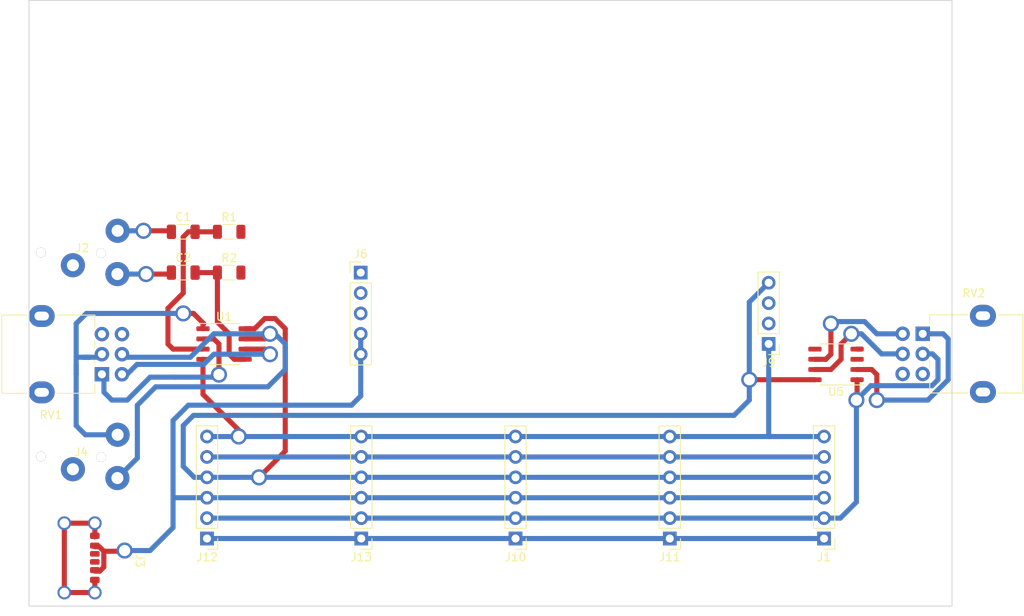
<source format=kicad_pcb>
(kicad_pcb (version 20211014) (generator pcbnew)
  (layers (0 "F.Cu" mixed) (31 "B.Cu" power) (34 "B.Paste" user) (35 "F.Paste" user) (36 "B.SilkS" user "B.Silkscreen") (37 "F.SilkS" user "F.Silkscreen") (38 "B.Mask" user) (39 "F.Mask" user) (44 "Edge.Cuts" user))
  (net 0 "")
  (net 1 "Net-(C1-Pad1)")
  (net 2 "audio_in_L")
  (net 3 "Net-(J2-PadR)")
  (net 4 "audio_in_R")
  (net 5 "audio_right")
  (net 6 "audio_lefT")
  (net 7 "+5V")
  (net 8 "+15V")
  (net 9 "GND")
  (net 10 "-15V")
  (net 13 "Net-(J4-PadR)")
  (net 14 "Net-(J4-PadT)")
  (net 16 "Net-(U1-Pad2)")
  (net 17 "Net-(U1-Pad6)")
  (net 18 "Net-(U5-Pad2)")
  (net 19 "Net-(U5-Pad6)")
  (footprint "Connector_PinHeader_2.54mm:PinHeader_1x06_P2.54mm_Vertical" (layer "F.Cu") (at 168.531845 116.297405 180)
    (fp_text reference "J11" (at 0 -2.33) (layer "F.SilkS"))
    (fp_text value "Conn_01x06")
    (fp_line (start 1.33 1.27) (end 1.33 14.03) (layer "F.SilkS") (width 0.12))
    (fp_line (start -1.33 1.27) (end -1.33 14.03) (layer "F.SilkS") (width 0.12))
    (fp_line (start -1.33 14.03) (end 1.33 14.03) (layer "F.SilkS") (width 0.12))
    (fp_line (start -1.33 -1.33) (end 0 -1.33) (layer "F.SilkS") (width 0.12))
    (fp_line (start -1.33 0) (end -1.33 -1.33) (layer "F.SilkS") (width 0.12))
    (fp_line (start -1.33 1.27) (end 1.33 1.27) (layer "F.SilkS") (width 0.12))
    (pad "1" thru_hole rect (at 0 0 180) (size 1.7 1.7) (drill 1) (layers *.Cu *.Mask) (net 5 "audio_right"))
    (pad "2" thru_hole oval (at 0 2.54 180) (size 1.7 1.7) (drill 1) (layers *.Cu *.Mask) (net 6 "audio_lefT"))
    (pad "3" thru_hole oval (at 0 5.08 180) (size 1.7 1.7) (drill 1) (layers *.Cu *.Mask) (net 7 "+5V"))
    (pad "4" thru_hole oval (at 0 7.62 180) (size 1.7 1.7) (drill 1) (layers *.Cu *.Mask) (net 8 "+15V"))
    (pad "5" thru_hole oval (at 0 10.16 180) (size 1.7 1.7) (drill 1) (layers *.Cu *.Mask) (net 9 "GND"))
    (pad "6" thru_hole oval (at 0 12.7 180) (size 1.7 1.7) (drill 1) (layers *.Cu *.Mask) (net 10 "-15V"))
  )
  (footprint "Package_SO:SOP-8_3.9x4.9mm_P1.27mm" (layer "F.Cu") (at 189.23 94.615 180)
    (fp_text reference "U5" (at 0 -3.4) (layer "F.SilkS"))
    (fp_text value "LF353DR")
    (fp_line (start 0 2.56) (end -1.95 2.56) (layer "F.SilkS") (width 0.12))
    (fp_line (start 0 2.56) (end 1.95 2.56) (layer "F.SilkS") (width 0.12))
    (fp_line (start 0 -2.56) (end 1.95 -2.56) (layer "F.SilkS") (width 0.12))
    (fp_line (start 0 -2.56) (end -3.45 -2.56) (layer "F.SilkS") (width 0.12))
    (pad "1" smd roundrect (at -2.625 -1.905 180) (size 1.65 0.6) (layers "F.Cu" "F.Paste" "F.Mask") (net 6 "audio_lefT"))
    (pad "2" smd roundrect (at -2.625 -0.635 180) (size 1.65 0.6) (layers "F.Cu" "F.Paste" "F.Mask") (net 18 "Net-(U5-Pad2)"))
    (pad "3" smd roundrect (at -2.625 0.635 180) (size 1.65 0.6) (layers "F.Cu" "F.Paste" "F.Mask") (net 2 "audio_in_L"))
    (pad "4" smd roundrect (at -2.625 1.905 180) (size 1.65 0.6) (layers "F.Cu" "F.Paste" "F.Mask") (net 10 "-15V"))
    (pad "5" smd roundrect (at 2.625 1.905 180) (size 1.65 0.6) (layers "F.Cu" "F.Paste" "F.Mask") (net 4 "audio_in_R"))
    (pad "6" smd roundrect (at 2.625 0.635 180) (size 1.65 0.6) (layers "F.Cu" "F.Paste" "F.Mask") (net 19 "Net-(U5-Pad6)"))
    (pad "7" smd roundrect (at 2.625 -0.635 180) (size 1.65 0.6) (layers "F.Cu" "F.Paste" "F.Mask") (net 5 "audio_right"))
    (pad "8" smd roundrect (at 2.625 -1.905 180) (size 1.65 0.6) (layers "F.Cu" "F.Paste" "F.Mask") (net 8 "+15V"))
  )
  (footprint "Potentiometer_THT:Potentiometer_Alpha_RD902F-40-00D_Dual_Vertical" (layer "F.Cu") (at 200.025 90.805)
    (fp_text reference "RV2" (at 6.35 -5.06 180) (layer "F.SilkS"))
    (fp_text value "R_Potentiometer_Dual_Separate")
    (fp_line (start 0.88 1.71) (end 0.88 1.18) (layer "F.SilkS") (width 0.12))
    (fp_line (start 9.41 -2.37) (end 12.47 -2.37) (layer "F.SilkS") (width 0.12))
    (fp_line (start 0.88 7.37) (end 5.6 7.37) (layer "F.SilkS") (width 0.12))
    (fp_line (start 0.88 -1.19) (end 0.88 -2.37) (layer "F.SilkS") (width 0.12))
    (fp_line (start 0.88 4.16) (end 0.88 3.33) (layer "F.SilkS") (width 0.12))
    (fp_line (start 12.47 7.37) (end 12.47 -2.37) (layer "F.SilkS") (width 0.12))
    (fp_line (start 9.41 7.37) (end 12.47 7.37) (layer "F.SilkS") (width 0.12))
    (fp_line (start 0.88 7.37) (end 0.88 5.88) (layer "F.SilkS") (width 0.12))
    (fp_line (start 0.88 -2.37) (end 5.6 -2.37) (layer "F.SilkS") (width 0.12))
    (pad "" thru_hole oval (at 7.5 -2.25 90) (size 2.72 3.24) (drill oval 1.1 1.8) (layers *.Cu *.Mask))
    (pad "" thru_hole oval (at 7.5 7.25 90) (size 2.72 3.24) (drill oval 1.1 1.8) (layers *.Cu *.Mask))
    (pad "1" thru_hole rect (at 0 0 90) (size 1.8 1.8) (drill 1) (layers *.Cu *.Mask) (net 18 "Net-(U5-Pad2)"))
    (pad "2" thru_hole circle (at 0 2.5 90) (size 1.8 1.8) (drill 1) (layers *.Cu *.Mask) (net 6 "audio_lefT"))
    (pad "3" thru_hole circle (at 0 5 90) (size 1.8 1.8) (drill 1) (layers *.Cu *.Mask) (net 9 "GND"))
    (pad "4" thru_hole circle (at -2.5 0 90) (size 1.8 1.8) (drill 1) (layers *.Cu *.Mask) (net 19 "Net-(U5-Pad6)"))
    (pad "5" thru_hole circle (at -2.5 2.5 90) (size 1.8 1.8) (drill 1) (layers *.Cu *.Mask) (net 5 "audio_right"))
    (pad "6" thru_hole circle (at -2.5 5 90) (size 1.8 1.8) (drill 1) (layers *.Cu *.Mask) (net 9 "GND"))
  )
  (footprint "Connector_PinHeader_2.54mm:PinHeader_1x06_P2.54mm_Vertical" (layer "F.Cu") (at 110.905595 116.297405 180)
    (fp_text reference "J12" (at 0 -2.33) (layer "F.SilkS"))
    (fp_text value "Conn_01x06")
    (fp_line (start -1.33 14.03) (end 1.33 14.03) (layer "F.SilkS") (width 0.12))
    (fp_line (start -1.33 1.27) (end -1.33 14.03) (layer "F.SilkS") (width 0.12))
    (fp_line (start -1.33 1.27) (end 1.33 1.27) (layer "F.SilkS") (width 0.12))
    (fp_line (start -1.33 0) (end -1.33 -1.33) (layer "F.SilkS") (width 0.12))
    (fp_line (start -1.33 -1.33) (end 0 -1.33) (layer "F.SilkS") (width 0.12))
    (fp_line (start 1.33 1.27) (end 1.33 14.03) (layer "F.SilkS") (width 0.12))
    (pad "1" thru_hole rect (at 0 0 180) (size 1.7 1.7) (drill 1) (layers *.Cu *.Mask) (net 5 "audio_right"))
    (pad "2" thru_hole oval (at 0 2.54 180) (size 1.7 1.7) (drill 1) (layers *.Cu *.Mask) (net 6 "audio_lefT"))
    (pad "3" thru_hole oval (at 0 5.08 180) (size 1.7 1.7) (drill 1) (layers *.Cu *.Mask) (net 7 "+5V"))
    (pad "4" thru_hole oval (at 0 7.62 180) (size 1.7 1.7) (drill 1) (layers *.Cu *.Mask) (net 8 "+15V"))
    (pad "5" thru_hole oval (at 0 10.16 180) (size 1.7 1.7) (drill 1) (layers *.Cu *.Mask) (net 9 "GND"))
    (pad "6" thru_hole oval (at 0 12.7 180) (size 1.7 1.7) (drill 1) (layers *.Cu *.Mask) (net 10 "-15V"))
  )
  (footprint "Capacitor_SMD:C_1206_3216Metric" (layer "F.Cu") (at 107.95 83.185)
    (fp_text reference "C2" (at 0 -1.85) (layer "F.SilkS"))
    (fp_text value "1u")
    (fp_line (start -0.711252 0.91) (end 0.711252 0.91) (layer "F.SilkS") (width 0.12))
    (fp_line (start -0.711252 -0.91) (end 0.711252 -0.91) (layer "F.SilkS") (width 0.12))
    (pad "1" smd roundrect (at -1.475 0) (size 1.15 1.8) (layers "F.Cu" "F.Paste" "F.Mask") (roundrect_rratio 0.217391) (net 3 "Net-(J2-PadR)"))
    (pad "2" smd roundrect (at 1.475 0) (size 1.15 1.8) (layers "F.Cu" "F.Paste" "F.Mask") (roundrect_rratio 0.217391) (net 4 "audio_in_R"))
  )
  (footprint "Connector_PinHeader_2.54mm:PinHeader_1x06_P2.54mm_Vertical" (layer "F.Cu") (at 130.114345 116.297405 180)
    (fp_text reference "J13" (at 0 -2.33) (layer "F.SilkS"))
    (fp_text value "Conn_01x06")
    (fp_line (start -1.33 -1.33) (end 0 -1.33) (layer "F.SilkS") (width 0.12))
    (fp_line (start -1.33 14.03) (end 1.33 14.03) (layer "F.SilkS") (width 0.12))
    (fp_line (start -1.33 1.27) (end 1.33 1.27) (layer "F.SilkS") (width 0.12))
    (fp_line (start -1.33 0) (end -1.33 -1.33) (layer "F.SilkS") (width 0.12))
    (fp_line (start -1.33 1.27) (end -1.33 14.03) (layer "F.SilkS") (width 0.12))
    (fp_line (start 1.33 1.27) (end 1.33 14.03) (layer "F.SilkS") (width 0.12))
    (pad "1" thru_hole rect (at 0 0 180) (size 1.7 1.7) (drill 1) (layers *.Cu *.Mask) (net 5 "audio_right"))
    (pad "2" thru_hole oval (at 0 2.54 180) (size 1.7 1.7) (drill 1) (layers *.Cu *.Mask) (net 6 "audio_lefT"))
    (pad "3" thru_hole oval (at 0 5.08 180) (size 1.7 1.7) (drill 1) (layers *.Cu *.Mask) (net 7 "+5V"))
    (pad "4" thru_hole oval (at 0 7.62 180) (size 1.7 1.7) (drill 1) (layers *.Cu *.Mask) (net 8 "+15V"))
    (pad "5" thru_hole oval (at 0 10.16 180) (size 1.7 1.7) (drill 1) (layers *.Cu *.Mask) (net 9 "GND"))
    (pad "6" thru_hole oval (at 0 12.7 180) (size 1.7 1.7) (drill 1) (layers *.Cu *.Mask) (net 10 "-15V"))
  )
  (footprint "Capacitor_SMD:C_1206_3216Metric" (layer "F.Cu") (at 107.95 78.105)
    (fp_text reference "C1" (at 0 -1.85) (layer "F.SilkS"))
    (fp_text value "1u")
    (fp_line (start -0.711252 0.91) (end 0.711252 0.91) (layer "F.SilkS") (width 0.12))
    (fp_line (start -0.711252 -0.91) (end 0.711252 -0.91) (layer "F.SilkS") (width 0.12))
    (pad "1" smd roundrect (at -1.475 0) (size 1.15 1.8) (layers "F.Cu" "F.Paste" "F.Mask") (roundrect_rratio 0.217391) (net 1 "Net-(C1-Pad1)"))
    (pad "2" smd roundrect (at 1.475 0) (size 1.15 1.8) (layers "F.Cu" "F.Paste" "F.Mask") (roundrect_rratio 0.217391) (net 2 "audio_in_L"))
  )
  (footprint "Connector_PinHeader_2.54mm:PinHeader_1x06_P2.54mm_Vertical" (layer "F.Cu") (at 187.740595 116.297405 180)
    (fp_text reference "J1" (at 0 -2.33) (layer "F.SilkS"))
    (fp_text value "Conn_01x06")
    (fp_line (start -1.33 1.27) (end -1.33 14.03) (layer "F.SilkS") (width 0.12))
    (fp_line (start -1.33 0) (end -1.33 -1.33) (layer "F.SilkS") (width 0.12))
    (fp_line (start 1.33 1.27) (end 1.33 14.03) (layer "F.SilkS") (width 0.12))
    (fp_line (start -1.33 -1.33) (end 0 -1.33) (layer "F.SilkS") (width 0.12))
    (fp_line (start -1.33 1.27) (end 1.33 1.27) (layer "F.SilkS") (width 0.12))
    (fp_line (start -1.33 14.03) (end 1.33 14.03) (layer "F.SilkS") (width 0.12))
    (pad "1" thru_hole rect (at 0 0 180) (size 1.7 1.7) (drill 1) (layers *.Cu *.Mask) (net 5 "audio_right"))
    (pad "2" thru_hole oval (at 0 2.54 180) (size 1.7 1.7) (drill 1) (layers *.Cu *.Mask) (net 6 "audio_lefT"))
    (pad "3" thru_hole oval (at 0 5.08 180) (size 1.7 1.7) (drill 1) (layers *.Cu *.Mask) (net 7 "+5V"))
    (pad "4" thru_hole oval (at 0 7.62 180) (size 1.7 1.7) (drill 1) (layers *.Cu *.Mask) (net 8 "+15V"))
    (pad "5" thru_hole oval (at 0 10.16 180) (size 1.7 1.7) (drill 1) (layers *.Cu *.Mask) (net 9 "GND"))
    (pad "6" thru_hole oval (at 0 12.7 180) (size 1.7 1.7) (drill 1) (layers *.Cu *.Mask) (net 10 "-15V"))
  )
  (footprint "audio_footprint:usb_footprint" (layer "F.Cu") (at 96.939379 119.02501 -90)
    (fp_text reference "J3" (at 0.04 -5.6 -90 unlocked) (layer "F.SilkS"))
    (fp_text value "USB_C_Receptacle")
    (pad "A5" smd roundrect (at -0.82 0) (size 1.2 0.7) (layers "F.Cu" "F.Paste" "F.Mask"))
    (pad "A9" smd roundrect (at 1.2 0) (size 1.2 0.76) (layers "F.Cu" "F.Paste" "F.Mask") (net 7 "+5V"))
    (pad "A12" smd roundrect (at 2.43 0) (size 1.2 0.8) (layers "F.Cu" "F.Paste" "F.Mask") (net 9 "GND"))
    (pad "B5" smd roundrect (at 0.18 0) (size 1.2 0.7) (layers "F.Cu" "F.Paste" "F.Mask"))
    (pad "B9" smd roundrect (at -1.84 0) (size 1.2 0.76) (layers "F.Cu" "F.Paste" "F.Mask") (net 7 "+5V"))
    (pad "B12" smd roundrect (at -3.07 0) (size 1.2 0.8) (layers "F.Cu" "F.Paste" "F.Mask") (net 9 "GND"))
    (pad "S1" thru_hole circle (at 4 0) (size 1.7 1.7) (drill 1.2) (layers *.Cu *.Mask) (net 9 "GND"))
    (pad "S1" thru_hole circle (at 4 3.8) (size 1.7 1.7) (drill 1.2) (layers *.Cu *.Mask) (net 9 "GND"))
    (pad "S1" thru_hole circle (at -4.64 3.8) (size 1.7 1.7) (drill 1.2) (layers *.Cu *.Mask) (net 9 "GND"))
    (pad "S1" thru_hole circle (at -4.64 0) (size 1.7 1.7) (drill 1.2) (layers *.Cu *.Mask) (net 9 "GND"))
  )
  (footprint "audio_footprint:audio_jack" (layer "F.Cu") (at 95.25 106.045)
    (fp_text reference "J4" (at 0 -0.5 unlocked) (layer "F.SilkS"))
    (fp_text value "AudioJack3")
    (pad "4" thru_hole circle (at 2.479 0.122 90) (size 1.2 1.2) (drill 1.2) (layers *.Cu *.Mask))
    (pad "5" thru_hole circle (at -5.021 0.042 90) (size 1.2 1.2) (drill 1.2) (layers *.Cu *.Mask))
    (pad "R" thru_hole circle (at 4.499 2.722 180) (size 3 3) (drill 1.5) (layers *.Cu *.Mask) (net 13 "Net-(J4-PadR)"))
    (pad "S" thru_hole circle (at -1.041 1.622 90) (size 3 3) (drill 1.5) (layers *.Cu *.Mask) (net 9 "GND"))
    (pad "T" thru_hole circle (at 4.529 -2.668 180) (size 3 3) (drill 1.5) (layers *.Cu *.Mask) (net 14 "Net-(J4-PadT)"))
  )
  (footprint "Connector_PinHeader_2.54mm:PinHeader_1x06_P2.54mm_Vertical" (layer "F.Cu") (at 149.323095 116.297405 180)
    (fp_text reference "J10" (at 0 -2.33) (layer "F.SilkS"))
    (fp_text value "Conn_01x06")
    (fp_line (start -1.33 1.27) (end 1.33 1.27) (layer "F.SilkS") (width 0.12))
    (fp_line (start -1.33 -1.33) (end 0 -1.33) (layer "F.SilkS") (width 0.12))
    (fp_line (start -1.33 0) (end -1.33 -1.33) (layer "F.SilkS") (width 0.12))
    (fp_line (start -1.33 14.03) (end 1.33 14.03) (layer "F.SilkS") (width 0.12))
    (fp_line (start 1.33 1.27) (end 1.33 14.03) (layer "F.SilkS") (width 0.12))
    (fp_line (start -1.33 1.27) (end -1.33 14.03) (layer "F.SilkS") (width 0.12))
    (pad "1" thru_hole rect (at 0 0 180) (size 1.7 1.7) (drill 1) (layers *.Cu *.Mask) (net 5 "audio_right"))
    (pad "2" thru_hole oval (at 0 2.54 180) (size 1.7 1.7) (drill 1) (layers *.Cu *.Mask) (net 6 "audio_lefT"))
    (pad "3" thru_hole oval (at 0 5.08 180) (size 1.7 1.7) (drill 1) (layers *.Cu *.Mask) (net 7 "+5V"))
    (pad "4" thru_hole oval (at 0 7.62 180) (size 1.7 1.7) (drill 1) (layers *.Cu *.Mask) (net 8 "+15V"))
    (pad "5" thru_hole oval (at 0 10.16 180) (size 1.7 1.7) (drill 1) (layers *.Cu *.Mask) (net 9 "GND"))
    (pad "6" thru_hole oval (at 0 12.7 180) (size 1.7 1.7) (drill 1) (layers *.Cu *.Mask) (net 10 "-15V"))
  )
  (footprint "Resistor_SMD:R_1206_3216Metric" (layer "F.Cu") (at 113.665 78.105)
    (fp_text reference "R1" (at 0 -1.82) (layer "F.SilkS"))
    (fp_text value "100k")
    (fp_line (start -0.727064 -0.91) (end 0.727064 -0.91) (layer "F.SilkS") (width 0.12))
    (fp_line (start -0.727064 0.91) (end 0.727064 0.91) (layer "F.SilkS") (width 0.12))
    (pad "1" smd roundrect (at -1.4625 0) (size 1.125 1.75) (layers "F.Cu" "F.Paste" "F.Mask") (roundrect_rratio 0.222222) (net 2 "audio_in_L"))
    (pad "2" smd roundrect (at 1.4625 0) (size 1.125 1.75) (layers "F.Cu" "F.Paste" "F.Mask") (roundrect_rratio 0.222222) (net 9 "GND"))
  )
  (footprint "audio_footprint:audio_jack" (layer "F.Cu") (at 95.25 80.645)
    (fp_text reference "J2" (at 0.127 -0.517 unlocked) (layer "F.SilkS"))
    (fp_text value "AudioJack3")
    (pad "4" thru_hole circle (at 2.479 0.122 90) (size 1.2 1.2) (drill 1.2) (layers *.Cu *.Mask))
    (pad "5" thru_hole circle (at -5.021 0.042 90) (size 1.2 1.2) (drill 1.2) (layers *.Cu *.Mask))
    (pad "R" thru_hole circle (at 4.499 2.722 180) (size 3 3) (drill 1.5) (layers *.Cu *.Mask) (net 3 "Net-(J2-PadR)"))
    (pad "S" thru_hole circle (at -1.041 1.622 90) (size 3 3) (drill 1.5) (layers *.Cu *.Mask) (net 9 "GND"))
    (pad "T" thru_hole circle (at 4.529 -2.668 180) (size 3 3) (drill 1.5) (layers *.Cu *.Mask) (net 1 "Net-(C1-Pad1)"))
  )
  (footprint "Package_SO:SOP-8_3.9x4.9mm_P1.27mm" (layer "F.Cu") (at 113.03 92.075)
    (fp_text reference "U1" (at 0 -3.4) (layer "F.SilkS"))
    (fp_text value "LM4565F-GE2")
    (fp_line (start 0 -2.56) (end -3.45 -2.56) (layer "F.SilkS") (width 0.12))
    (fp_line (start 0 2.56) (end -1.95 2.56) (layer "F.SilkS") (width 0.12))
    (fp_line (start 0 -2.56) (end 1.95 -2.56) (layer "F.SilkS") (width 0.12))
    (fp_line (start 0 2.56) (end 1.95 2.56) (layer "F.SilkS") (width 0.12))
    (pad "1" smd roundrect (at -2.625 -1.905) (size 1.65 0.6) (layers "F.Cu" "F.Paste" "F.Mask") (net 14 "Net-(J4-PadT)"))
    (pad "2" smd roundrect (at -2.625 -0.635) (size 1.65 0.6) (layers "F.Cu" "F.Paste" "F.Mask") (net 16 "Net-(U1-Pad2)"))
    (pad "3" smd roundrect (at -2.625 0.635) (size 1.65 0.6) (layers "F.Cu" "F.Paste" "F.Mask") (net 2 "audio_in_L"))
    (pad "4" smd roundrect (at -2.625 1.905) (size 1.65 0.6) (layers "F.Cu" "F.Paste" "F.Mask") (net 10 "-15V"))
    (pad "5" smd roundrect (at 2.625 1.905) (size 1.65 0.6) (layers "F.Cu" "F.Paste" "F.Mask") (net 4 "audio_in_R"))
    (pad "6" smd roundrect (at 2.625 0.635) (size 1.65 0.6) (layers "F.Cu" "F.Paste" "F.Mask") (net 17 "Net-(U1-Pad6)"))
    (pad "7" smd roundrect (at 2.625 -0.635) (size 1.65 0.6) (layers "F.Cu" "F.Paste" "F.Mask") (net 13 "Net-(J4-PadR)"))
    (pad "8" smd roundrect (at 2.625 -1.905) (size 1.65 0.6) (layers "F.Cu" "F.Paste" "F.Mask") (net 8 "+15V"))
  )
  (footprint "Potentiometer_THT:Potentiometer_Alpha_RD902F-40-00D_Dual_Vertical" (layer "F.Cu") (at 97.82 95.845 180)
    (fp_text reference "RV1" (at 6.35 -5.06) (layer "F.SilkS"))
    (fp_text value "R_Potentiometer_Dual_Separate")
    (fp_line (start 0.88 7.37) (end 0.88 5.88) (layer "F.SilkS") (width 0.12))
    (fp_line (start 12.47 7.37) (end 12.47 -2.37) (layer "F.SilkS") (width 0.12))
    (fp_line (start 9.41 7.37) (end 12.47 7.37) (layer "F.SilkS") (width 0.12))
    (fp_line (start 0.88 4.16) (end 0.88 3.33) (layer "F.SilkS") (width 0.12))
    (fp_line (start 0.88 1.71) (end 0.88 1.18) (layer "F.SilkS") (width 0.12))
    (fp_line (start 0.88 -1.19) (end 0.88 -2.37) (layer "F.SilkS") (width 0.12))
    (fp_line (start 0.88 -2.37) (end 5.6 -2.37) (layer "F.SilkS") (width 0.12))
    (fp_line (start 0.88 7.37) (end 5.6 7.37) (layer "F.SilkS") (width 0.12))
    (fp_line (start 9.41 -2.37) (end 12.47 -2.37) (layer "F.SilkS") (width 0.12))
    (pad "" thru_hole oval (at 7.5 -2.25 270) (size 2.72 3.24) (drill oval 1.1 1.8) (layers *.Cu *.Mask))
    (pad "" thru_hole oval (at 7.5 7.25 270) (size 2.72 3.24) (drill oval 1.1 1.8) (layers *.Cu *.Mask))
    (pad "1" thru_hole rect (at 0 0 270) (size 1.8 1.8) (drill 1) (layers *.Cu *.Mask) (net 16 "Net-(U1-Pad2)"))
    (pad "2" thru_hole circle (at 0 2.5 270) (size 1.8 1.8) (drill 1) (layers *.Cu *.Mask) (net 14 "Net-(J4-PadT)"))
    (pad "3" thru_hole circle (at 0 5 270) (size 1.8 1.8) (drill 1) (layers *.Cu *.Mask) (net 9 "GND"))
    (pad "4" thru_hole circle (at -2.5 0 270) (size 1.8 1.8) (drill 1) (layers *.Cu *.Mask) (net 17 "Net-(U1-Pad6)"))
    (pad "5" thru_hole circle (at -2.5 2.5 270) (size 1.8 1.8) (drill 1) (layers *.Cu *.Mask) (net 13 "Net-(J4-PadR)"))
    (pad "6" thru_hole circle (at -2.5 5 270) (size 1.8 1.8) (drill 1) (layers *.Cu *.Mask) (net 9 "GND"))
  )
  (footprint "Connector_PinHeader_2.54mm:PinHeader_1x04_P2.54mm_Vertical" (layer "F.Cu") (at 180.848 92.065 180)
    (fp_text reference "J9" (at 0 -2.33) (layer "F.SilkS"))
    (fp_text value "Conn_01x04_Male")
    (fp_line (start -1.33 1.27) (end 1.33 1.27) (layer "F.SilkS") (width 0.12))
    (fp_line (start -1.33 -1.33) (end 0 -1.33) (layer "F.SilkS") (width 0.12))
    (fp_line (start -1.33 8.95) (end 1.33 8.95) (layer "F.SilkS") (width 0.12))
    (fp_line (start 1.33 1.27) (end 1.33 8.95) (layer "F.SilkS") (width 0.12))
    (fp_line (start -1.33 1.27) (end -1.33 8.95) (layer "F.SilkS") (width 0.12))
    (fp_line (start -1.33 0) (end -1.33 -1.33) (layer "F.SilkS") (width 0.12))
    (pad "1" thru_hole rect (at 0 0 180) (size 1.7 1.7) (drill 1) (layers *.Cu *.Mask) (net 10 "-15V"))
    (pad "2" thru_hole oval (at 0 2.54 180) (size 1.7 1.7) (drill 1) (layers *.Cu *.Mask) (net 9 "GND"))
    (pad "3" thru_hole oval (at 0 5.08 180) (size 1.7 1.7) (drill 1) (layers *.Cu *.Mask) (net 9 "GND"))
    (pad "4" thru_hole oval (at 0 7.62 180) (size 1.7 1.7) (drill 1) (layers *.Cu *.Mask) (net 8 "+15V"))
  )
  (footprint "Connector_PinHeader_2.54mm:PinHeader_1x05_P2.54mm_Vertical" (layer "F.Cu") (at 130.048 83.19)
    (fp_text reference "J6" (at 0 -2.33) (layer "F.SilkS"))
    (fp_text value "Conn_01x05_Male")
    (fp_line (start -1.33 -1.33) (end 0 -1.33) (layer "F.SilkS") (width 0.12))
    (fp_line (start 1.33 1.27) (end 1.33 11.49) (layer "F.SilkS") (width 0.12))
    (fp_line (start -1.33 0) (end -1.33 -1.33) (layer "F.SilkS") (width 0.12))
    (fp_line (start -1.33 11.49) (end 1.33 11.49) (layer "F.SilkS") (width 0.12))
    (fp_line (start -1.33 1.27) (end -1.33 11.49) (layer "F.SilkS") (width 0.12))
    (fp_line (start -1.33 1.27) (end 1.33 1.27) (layer "F.SilkS") (width 0.12))
    (pad "1" thru_hole rect (at 0 0) (size 1.7 1.7) (drill 1) (layers *.Cu *.Mask))
    (pad "2" thru_hole oval (at 0 2.54) (size 1.7 1.7) (drill 1) (layers *.Cu *.Mask) (net 9 "GND"))
    (pad "3" thru_hole oval (at 0 5.08) (size 1.7 1.7) (drill 1) (layers *.Cu *.Mask) (net 9 "GND"))
    (pad "4" thru_hole oval (at 0 7.62) (size 1.7 1.7) (drill 1) (layers *.Cu *.Mask) (net 7 "+5V"))
    (pad "5" thru_hole oval (at 0 10.16) (size 1.7 1.7) (drill 1) (layers *.Cu *.Mask) (net 7 "+5V"))
  )
  (footprint "Resistor_SMD:R_1206_3216Metric" (layer "F.Cu") (at 113.665 83.185)
    (fp_text reference "R2" (at 0 -1.82) (layer "F.SilkS"))
    (fp_text value "100k")
    (fp_line (start -0.727064 0.91) (end 0.727064 0.91) (layer "F.SilkS") (width 0.12))
    (fp_line (start -0.727064 -0.91) (end 0.727064 -0.91) (layer "F.SilkS") (width 0.12))
    (pad "1" smd roundrect (at -1.4625 0) (size 1.125 1.75) (layers "F.Cu" "F.Paste" "F.Mask") (roundrect_rratio 0.222222) (net 4 "audio_in_R"))
    (pad "2" smd roundrect (at 1.4625 0) (size 1.125 1.75) (layers "F.Cu" "F.Paste" "F.Mask") (roundrect_rratio 0.222222) (net 9 "GND"))
  )
  (gr_rect locked (start 88.73937 49.289995) (end 203.67437 124.710012) (layer "Edge.Cuts") (width 0.1) (fill none))
  (segment (start 106.347 77.977) (end 106.475 78.105) (width 0.635) (layer "F.Cu") (net 1))
  (segment (start 102.998 77.977) (end 106.347 77.977) (width 0.635) (layer "F.Cu") (net 1))
  (via (at 102.998 77.977) (size 2) (drill 1.4) (layers "F.Cu" "B.Cu") (net 1))
  (segment (start 99.779 77.977) (end 102.998 77.977) (width 0.635) (layer "B.Cu") (net 1))
  (segment (start 108.585 78.105) (end 109.425 78.105) (width 0.635) (layer "F.Cu") (net 2))
  (segment (start 109.425 78.105) (end 112.2025 78.105) (width 0.635) (layer "F.Cu") (net 2))
  (segment (start 106.68 92.71) (end 106.045 92.075) (width 0.635) (layer "F.Cu") (net 2))
  (segment (start 106.045 87.63) (end 107.95 85.725) (width 0.635) (layer "F.Cu") (net 2))
  (segment (start 106.045 92.075) (end 106.045 87.63) (width 0.635) (layer "F.Cu") (net 2))
  (segment (start 107.95 85.725) (end 107.95 78.74) (width 0.635) (layer "F.Cu") (net 2))
  (segment (start 110.405 92.71) (end 106.68 92.71) (width 0.635) (layer "F.Cu") (net 2))
  (segment (start 107.95 78.74) (end 108.585 78.105) (width 0.635) (layer "F.Cu") (net 2))
  (segment (start 106.293 83.367) (end 106.475 83.185) (width 0.635) (layer "F.Cu") (net 3))
  (segment (start 103.323 83.367) (end 106.293 83.367) (width 0.635) (layer "F.Cu") (net 3))
  (via (at 103.323 83.367) (size 2) (drill 1.4) (layers "F.Cu" "B.Cu") (net 3))
  (segment (start 99.749 83.367) (end 103.323 83.367) (width 0.635) (layer "B.Cu") (net 3))
  (segment (start 112.2025 89.3425) (end 112.2025 83.185) (width 0.635) (layer "F.Cu") (net 4))
  (segment (start 113.665 90.805) (end 112.2025 89.3425) (width 0.635) (layer "F.Cu") (net 4))
  (segment (start 109.425 83.185) (end 112.2025 83.185) (width 0.635) (layer "F.Cu") (net 4))
  (segment (start 114.3 93.98) (end 113.665 93.345) (width 0.635) (layer "F.Cu") (net 4))
  (segment (start 113.665 93.345) (end 113.665 90.805) (width 0.635) (layer "F.Cu") (net 4))
  (segment (start 115.655 93.98) (end 114.3 93.98) (width 0.635) (layer "F.Cu") (net 4))
  (segment (start 186.605 95.25) (end 188.595 95.25) (width 0.635) (layer "F.Cu") (net 5))
  (segment (start 189.865 93.98) (end 189.865 92.075) (width 0.635) (layer "F.Cu") (net 5))
  (segment (start 188.595 95.25) (end 189.865 93.98) (width 0.635) (layer "F.Cu") (net 5))
  (segment (start 189.865 92.075) (end 191.135 90.805) (width 0.635) (layer "F.Cu") (net 5))
  (via (at 191.135 90.805) (size 2) (drill 1.4) (layers "F.Cu" "B.Cu") (net 5))
  (segment (start 149.323095 116.297405) (end 168.531845 116.297405) (width 0.25) (layer "B.Cu") (net 5))
  (segment (start 191.135 90.805) (end 192.405 90.805) (width 0.635) (layer "B.Cu") (net 5))
  (segment (start 110.905595 116.297405) (end 187.740595 116.297405) (width 0.635) (layer "B.Cu") (net 5))
  (segment (start 194.905 93.305) (end 197.525 93.305) (width 0.635) (layer "B.Cu") (net 5))
  (segment (start 130.114345 116.297405) (end 149.323095 116.297405) (width 0.25) (layer "B.Cu") (net 5))
  (segment (start 168.531845 116.297405) (end 187.740595 116.297405) (width 0.25) (layer "B.Cu") (net 5))
  (segment (start 192.405 90.805) (end 194.905 93.305) (width 0.635) (layer "B.Cu") (net 5))
  (segment (start 110.905595 116.297405) (end 130.114345 116.297405) (width 0.25) (layer "B.Cu") (net 5))
  (segment (start 191.855 96.52) (end 191.855 98.975) (width 0.635) (layer "F.Cu") (net 6))
  (segment (start 191.77 99.06) (end 191.855 98.975) (width 0.635) (layer "F.Cu") (net 6))
  (via (at 191.77 99.06) (size 2) (drill 1.4) (layers "F.Cu" "B.Cu") (net 6))
  (segment (start 168.535595 113.727405) (end 187.635595 113.727405) (width 0.25) (layer "B.Cu") (net 6))
  (segment (start 110.935595 113.727405) (end 130.135595 113.727405) (width 0.25) (layer "B.Cu") (net 6))
  (segment (start 191.77 99.06) (end 193.564789 97.265211) (width 0.635) (layer "B.Cu") (net 6))
  (segment (start 193.564789 97.265211) (end 201.184789 97.265211) (width 0.635) (layer "B.Cu") (net 6))
  (segment (start 201.93 93.98) (end 201.255 93.305) (width 0.635) (layer "B.Cu") (net 6))
  (segment (start 201.255 93.305) (end 200.025 93.305) (width 0.635) (layer "B.Cu") (net 6))
  (segment (start 110.905595 113.757405) (end 187.740595 113.757405) (width 0.635) (layer "B.Cu") (net 6))
  (segment (start 130.114345 113.757405) (end 149.305595 113.757405) (width 0.25) (layer "B.Cu") (net 6))
  (segment (start 201.93 96.52) (end 201.93 93.98) (width 0.635) (layer "B.Cu") (net 6))
  (segment (start 149.365595 113.757405) (end 168.531845 113.757405) (width 0.25) (layer "B.Cu") (net 6))
  (segment (start 191.77 111.76) (end 189.772595 113.757405) (width 0.635) (layer "B.Cu") (net 6))
  (segment (start 191.77 99.06) (end 191.77 111.76) (width 0.635) (layer "B.Cu") (net 6))
  (segment (start 201.184789 97.265211) (end 201.93 96.52) (width 0.635) (layer "B.Cu") (net 6))
  (segment (start 189.772595 113.757405) (end 187.740595 113.757405) (width 0.635) (layer "B.Cu") (net 6))
  (segment (start 97.545 120.365) (end 96.939375 120.365) (width 0.635) (layer "F.Cu") (net 7))
  (segment (start 98.059595 117.882031) (end 98.059595 118.739595) (width 0.635) (layer "F.Cu") (net 7))
  (segment (start 98.059595 118.739595) (end 98.059595 119.850405) (width 0.635) (layer "F.Cu") (net 7))
  (segment (start 96.939375 117.325) (end 97.502564 117.325) (width 0.635) (layer "F.Cu") (net 7))
  (segment (start 100.557969 117.882031) (end 100.6475 117.7925) (width 0.635) (layer "F.Cu") (net 7))
  (segment (start 98.059595 117.882031) (end 100.557969 117.882031) (width 0.635) (layer "F.Cu") (net 7))
  (segment (start 97.502564 117.325) (end 98.059595 117.882031) (width 0.635) (layer "F.Cu") (net 7))
  (segment (start 98.059595 119.850405) (end 97.545 120.365) (width 0.635) (layer "F.Cu") (net 7))
  (via (at 100.6475 117.7925) (size 2) (drill 1.4) (layers "F.Cu" "B.Cu") (net 7))
  (segment (start 106.68 111.125) (end 106.68 114.935) (width 0.635) (layer "B.Cu") (net 7))
  (segment (start 130.048 98.552) (end 128.905 99.695) (width 0.635) (layer "B.Cu") (net 7))
  (segment (start 103.8225 117.7925) (end 100.6475 117.7925) (width 0.635) (layer "B.Cu") (net 7))
  (segment (start 110.905595 111.217405) (end 130.114345 111.217405) (width 0.25) (layer "B.Cu") (net 7))
  (segment (start 106.68 101.6) (end 106.68 111.125) (width 0.635) (layer "B.Cu") (net 7))
  (segment (start 168.495595 111.217405) (end 187.740595 111.217405) (width 0.25) (layer "B.Cu") (net 7))
  (segment (start 149.323095 111.217405) (end 168.495595 111.217405) (width 0.25) (layer "B.Cu") (net 7))
  (segment (start 106.772405 111.217405) (end 110.905595 111.217405) (width 0.635) (layer "B.Cu") (net 7))
  (segment (start 128.905 99.695) (end 108.585 99.695) (width 0.635) (layer "B.Cu") (net 7))
  (segment (start 130.114345 111.217405) (end 149.323095 111.217405) (width 0.25) (layer "B.Cu") (net 7))
  (segment (start 106.68 114.935) (end 103.8225 117.7925) (width 0.635) (layer "B.Cu") (net 7))
  (segment (start 106.68 111.125) (end 106.772405 111.217405) (width 0.635) (layer "B.Cu") (net 7))
  (segment (start 108.585 99.695) (end 106.68 101.6) (width 0.635) (layer "B.Cu") (net 7))
  (segment (start 110.905595 111.217405) (end 187.740595 111.217405) (width 0.635) (layer "B.Cu") (net 7))
  (segment (start 130.048 90.81) (end 130.048 98.552) (width 0.635) (layer "B.Cu") (net 7))
  (segment (start 120.65 90.805) (end 120.65 90.17) (width 0.635) (layer "F.Cu") (net 8))
  (segment (start 120.65 90.17) (end 120.015 89.535) (width 0.635) (layer "F.Cu") (net 8))
  (segment (start 120.015 89.535) (end 119.38 88.9) (width 0.635) (layer "F.Cu") (net 8))
  (segment (start 116.84 90.17) (end 118.11 88.9) (width 0.635) (layer "F.Cu") (net 8))
  (segment (start 115.655 90.17) (end 116.84 90.17) (width 0.635) (layer "F.Cu") (net 8))
  (segment (start 117.382595 108.677405) (end 120.65 105.41) (width 0.635) (layer "F.Cu") (net 8))
  (segment (start 186.605 96.52) (end 178.435 96.52) (width 0.635) (layer "F.Cu") (net 8))
  (segment (start 119.38 88.9) (end 118.11 88.9) (width 0.635) (layer "F.Cu") (net 8))
  (segment (start 120.65 105.41) (end 120.65 90.805) (width 0.635) (layer "F.Cu") (net 8))
  (via (at 178.435 96.52) (size 2) (drill 1.4) (layers "F.Cu" "B.Cu") (net 8))
  (via (at 117.382595 108.677405) (size 2) (drill 1.4) (layers "F.Cu" "B.Cu") (net 8))
  (segment (start 178.435 86.858) (end 180.848 84.445) (width 0.635) (layer "B.Cu") (net 8))
  (segment (start 107.95 107.315) (end 107.95 102.235) (width 0.635) (layer "B.Cu") (net 8))
  (segment (start 107.95 102.235) (end 109.22 100.965) (width 0.635) (layer "B.Cu") (net 8))
  (segment (start 110.905595 108.677405) (end 130.114345 108.677405) (width 0.25) (layer "B.Cu") (net 8))
  (segment (start 178.435 96.52) (end 178.435 86.858) (width 0.635) (layer "B.Cu") (net 8))
  (segment (start 109.312405 108.677405) (end 107.95 107.315) (width 0.635) (layer "B.Cu") (net 8))
  (segment (start 176.53 100.965) (end 178.435 99.06) (width 0.635) (layer "B.Cu") (net 8))
  (segment (start 110.905595 108.677405) (end 109.312405 108.677405) (width 0.635) (layer "B.Cu") (net 8))
  (segment (start 110.905595 108.677405) (end 117.382595 108.677405) (width 0.635) (layer "B.Cu") (net 8))
  (segment (start 117.382595 108.677405) (end 187.740595 108.677405) (width 0.635) (layer "B.Cu") (net 8))
  (segment (start 109.22 100.965) (end 176.53 100.965) (width 0.635) (layer "B.Cu") (net 8))
  (segment (start 130.134345 108.657405) (end 149.365595 108.657405) (width 0.25) (layer "B.Cu") (net 8))
  (segment (start 178.435 99.06) (end 178.435 96.52) (width 0.635) (layer "B.Cu") (net 8))
  (segment (start 149.365595 108.657405) (end 168.495595 108.657405) (width 0.25) (layer "B.Cu") (net 8))
  (segment (start 93.139375 123.025) (end 96.939375 123.025) (width 0.635) (layer "F.Cu") (net 9))
  (segment (start 96.939375 114.385) (end 96.939375 116.095) (width 0.635) (layer "F.Cu") (net 9))
  (segment (start 96.939375 123.025) (end 96.939375 121.595) (width 0.635) (layer "F.Cu") (net 9))
  (segment (start 93.139375 114.385) (end 96.939375 114.385) (width 0.635) (layer "F.Cu") (net 9))
  (segment (start 93.139375 114.385) (end 93.139375 123.025) (width 0.635) (layer "F.Cu") (net 9))
  (segment (start 110.905595 106.137405) (end 130.114345 106.137405) (width 0.25) (layer "B.Cu") (net 9))
  (segment (start 130.114345 106.137405) (end 149.323095 106.137405) (width 0.25) (layer "B.Cu") (net 9))
  (segment (start 110.905595 106.137405) (end 187.740595 106.137405) (width 0.635) (layer "B.Cu") (net 9))
  (segment (start 149.335595 106.147405) (end 168.415595 106.147405) (width 0.25) (layer "B.Cu") (net 9))
  (segment (start 168.531845 106.137405) (end 187.725595 106.137405) (width 0.25) (layer "B.Cu") (net 9))
  (segment (start 110.405 98.34) (end 114.852595 102.787595) (width 0.635) (layer "F.Cu") (net 10))
  (segment (start 114.852595 102.787595) (end 114.852595 103.587405) (width 0.635) (layer "F.Cu") (net 10))
  (segment (start 110.405 93.98) (end 110.405 98.34) (width 0.635) (layer "F.Cu") (net 10))
  (segment (start 191.855 92.71) (end 192.357834 92.71) (width 0.635) (layer "F.Cu") (net 10))
  (via (at 114.852595 103.587405) (size 2) (drill 1.4) (layers "F.Cu" "B.Cu") (net 10))
  (segment (start 149.323095 103.597405) (end 168.455595 103.597405) (width 0.25) (layer "B.Cu") (net 10))
  (segment (start 130.114345 103.597405) (end 149.315595 103.597405) (width 0.25) (layer "B.Cu") (net 10))
  (segment (start 110.905595 103.597405) (end 180.882595 103.597405) (width 0.635) (layer "B.Cu") (net 10))
  (segment (start 180.882595 103.597405) (end 187.740595 103.597405) (width 0.635) (layer "B.Cu") (net 10))
  (segment (start 180.882595 103.597405) (end 180.848 103.56281) (width 0.635) (layer "B.Cu") (net 10))
  (segment (start 168.531845 103.597405) (end 187.740595 103.597405) (width 0.25) (layer "B.Cu") (net 10))
  (segment (start 180.848 103.56281) (end 180.848 92.065) (width 0.635) (layer "B.Cu") (net 10))
  (segment (start 114.852595 103.587405) (end 130.095595 103.587405) (width 0.25) (layer "B.Cu") (net 10))
  (segment (start 110.885595 103.587405) (end 114.852595 103.587405) (width 0.25) (layer "B.Cu") (net 10))
  (segment (start 118.11 91.44) (end 118.745 90.805) (width 0.635) (layer "F.Cu") (net 13))
  (segment (start 115.655 91.44) (end 118.11 91.44) (width 0.635) (layer "F.Cu") (net 13))
  (via (at 118.745 90.805) (size 2) (drill 1.4) (layers "F.Cu" "B.Cu") (net 13))
  (segment (start 99.749 108.767) (end 102.235 106.281) (width 0.635) (layer "B.Cu") (net 13))
  (segment (start 118.745 90.805) (end 111.76 90.805) (width 0.635) (layer "B.Cu") (net 13))
  (segment (start 102.235 99.695) (end 104.524789 97.405211) (width 0.635) (layer "B.Cu") (net 13))
  (segment (start 102.235 106.281) (end 102.235 99.695) (width 0.635) (layer "B.Cu") (net 13))
  (segment (start 120.65 92.075) (end 119.38 90.805) (width 0.635) (layer "B.Cu") (net 13))
  (segment (start 120.65 95.25) (end 120.65 92.075) (width 0.635) (layer "B.Cu") (net 13))
  (segment (start 108.839 93.726) (end 100.574 93.726) (width 0.635) (layer "B.Cu") (net 13))
  (segment (start 118.494789 97.405211) (end 120.65 95.25) (width 0.635) (layer "B.Cu") (net 13))
  (segment (start 119.38 90.805) (end 118.745 90.805) (width 0.635) (layer "B.Cu") (net 13))
  (segment (start 104.524789 97.405211) (end 118.494789 97.405211) (width 0.635) (layer "B.Cu") (net 13))
  (segment (start 111.76 90.805) (end 108.839 93.726) (width 0.635) (layer "B.Cu") (net 13))
  (segment (start 110.49 89.535) (end 109.22 88.265) (width 0.635) (layer "F.Cu") (net 14))
  (segment (start 109.22 88.265) (end 107.95 88.265) (width 0.635) (layer "F.Cu") (net 14))
  (segment (start 110.405 90.17) (end 110.405 89.62) (width 0.635) (layer "F.Cu") (net 14))
  (segment (start 110.405 89.62) (end 110.49 89.535) (width 0.635) (layer "F.Cu") (net 14))
  (via (at 107.95 88.265) (size 2) (drill 1.4) (layers "F.Cu" "B.Cu") (net 14))
  (segment (start 94.615 95.885) (end 94.615 89.535) (width 0.635) (layer "B.Cu") (net 14))
  (segment (start 96.266 93.726) (end 98.074 93.726) (width 0.635) (layer "B.Cu") (net 14))
  (segment (start 96.266 93.726) (end 94.996 93.726) (width 0.635) (layer "B.Cu") (net 14))
  (segment (start 99.779 103.377) (end 95.757 103.377) (width 0.635) (layer "B.Cu") (net 14))
  (segment (start 94.615 89.535) (end 95.885 88.265) (width 0.635) (layer "B.Cu") (net 14))
  (segment (start 95.885 88.265) (end 107.95 88.265) (width 0.635) (layer "B.Cu") (net 14))
  (segment (start 95.757 103.377) (end 94.615 102.235) (width 0.635) (layer "B.Cu") (net 14))
  (segment (start 95.504 93.726) (end 96.266 93.726) (width 0.635) (layer "B.Cu") (net 14))
  (segment (start 94.615 102.235) (end 94.615 95.885) (width 0.635) (layer "B.Cu") (net 14))
  (segment (start 94.615 95.885) (end 94.615 94.615) (width 0.635) (layer "B.Cu") (net 14))
  (segment (start 110.405 91.44) (end 111.76 91.44) (width 0.635) (layer "F.Cu") (net 16))
  (segment (start 112.395 92.075) (end 112.395 95.885) (width 0.635) (layer "F.Cu") (net 16))
  (segment (start 111.76 91.44) (end 112.395 92.075) (width 0.635) (layer "F.Cu") (net 16))
  (via (at 112.395 95.885) (size 2) (drill 1.4) (layers "F.Cu" "B.Cu") (net 16))
  (segment (start 99.06 99.06) (end 98.074 98.074) (width 0.635) (layer "B.Cu") (net 16))
  (segment (start 106.9975 96.2025) (end 112.0775 96.2025) (width 0.635) (layer "B.Cu") (net 16))
  (segment (start 103.8225 96.2025) (end 100.965 99.06) (width 0.635) (layer "B.Cu") (net 16))
  (segment (start 106.9975 96.2025) (end 103.8225 96.2025) (width 0.635) (layer "B.Cu") (net 16))
  (segment (start 98.074 98.074) (end 98.074 96.226) (width 0.635) (layer "B.Cu") (net 16))
  (segment (start 100.965 99.06) (end 99.06 99.06) (width 0.635) (layer "B.Cu") (net 16))
  (segment (start 112.0775 96.2025) (end 112.395 95.885) (width 0.635) (layer "B.Cu") (net 16))
  (segment (start 115.655 92.71) (end 118.11 92.71) (width 0.635) (layer "F.Cu") (net 17))
  (segment (start 118.11 92.71) (end 118.745 93.345) (width 0.635) (layer "F.Cu") (net 17))
  (via (at 118.745 93.345) (size 2) (drill 1.4) (layers "F.Cu" "B.Cu") (net 17))
  (segment (start 111.76 93.345) (end 118.745 93.345) (width 0.635) (layer "B.Cu") (net 17))
  (segment (start 110.49 94.615) (end 111.76 93.345) (width 0.635) (layer "B.Cu") (net 17))
  (segment (start 102.185 94.615) (end 110.49 94.615) (width 0.635) (layer "B.Cu") (net 17))
  (segment (start 100.574 96.226) (end 102.185 94.615) (width 0.635) (layer "B.Cu") (net 17))
  (segment (start 191.855 95.25) (end 193.675 95.25) (width 0.635) (layer "F.Cu") (net 18))
  (segment (start 194.31 95.885) (end 194.31 99.06) (width 0.635) (layer "F.Cu") (net 18))
  (segment (start 193.675 95.25) (end 194.31 95.885) (width 0.635) (layer "F.Cu") (net 18))
  (via (at 194.31 99.06) (size 2) (drill 1.4) (layers "F.Cu" "B.Cu") (net 18))
  (segment (start 194.31 99.06) (end 200.66 99.06) (width 0.635) (layer "B.Cu") (net 18))
  (segment (start 203.2 91.44) (end 202.565 90.805) (width 0.635) (layer "B.Cu") (net 18))
  (segment (start 202.565 90.805) (end 200.025 90.805) (width 0.635) (layer "B.Cu") (net 18))
  (segment (start 200.66 99.06) (end 203.2 96.52) (width 0.635) (layer "B.Cu") (net 18))
  (segment (start 203.2 96.52) (end 203.2 91.44) (width 0.635) (layer "B.Cu") (net 18))
  (segment (start 186.605 93.98) (end 187.96 93.98) (width 0.635) (layer "F.Cu") (net 19))
  (segment (start 188.595 93.345) (end 188.595 89.535) (width 0.635) (layer "F.Cu") (net 19))
  (segment (start 187.96 93.98) (end 188.595 93.345) (width 0.635) (layer "F.Cu") (net 19))
  (segment (start 188.595 89.535) (end 188.595 88.9) (width 0.635) (layer "F.Cu") (net 19))
  (via (at 188.595 89.535) (size 2) (drill 1.4) (layers "F.Cu" "B.Cu") (net 19))
  (segment (start 188.595 89.535) (end 188.845211 89.284789) (width 0.635) (layer "B.Cu") (net 19))
  (segment (start 194.31 90.805) (end 197.525 90.805) (width 0.635) (layer "B.Cu") (net 19))
  (segment (start 192.789789 89.284789) (end 194.31 90.805) (width 0.635) (layer "B.Cu") (net 19))
  (segment (start 188.845211 89.284789) (end 192.789789 89.284789) (width 0.635) (layer "B.Cu") (net 19))
)
</source>
